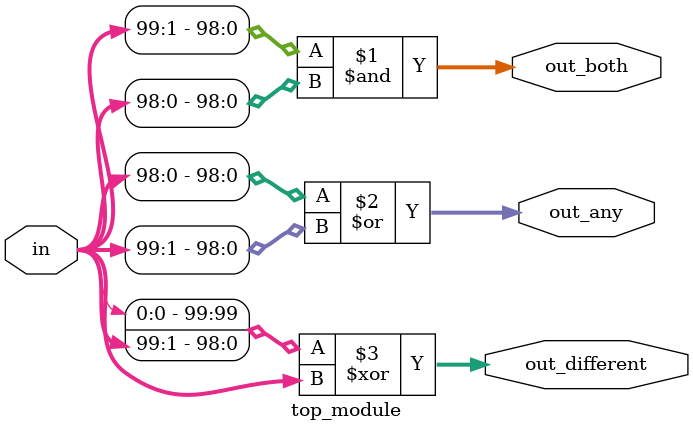
<source format=v>
module top_module( 
    input [99:0] in,
    output [98:0] out_both,
    output [99:1] out_any,
    output [99:0] out_different );
    assign out_both = in[99:1] & in[98:0];
    assign out_any = in[98:0] | in[99:1];
    assign out_different = {in[0], in[99:1]} ^ in;
endmodule

</source>
